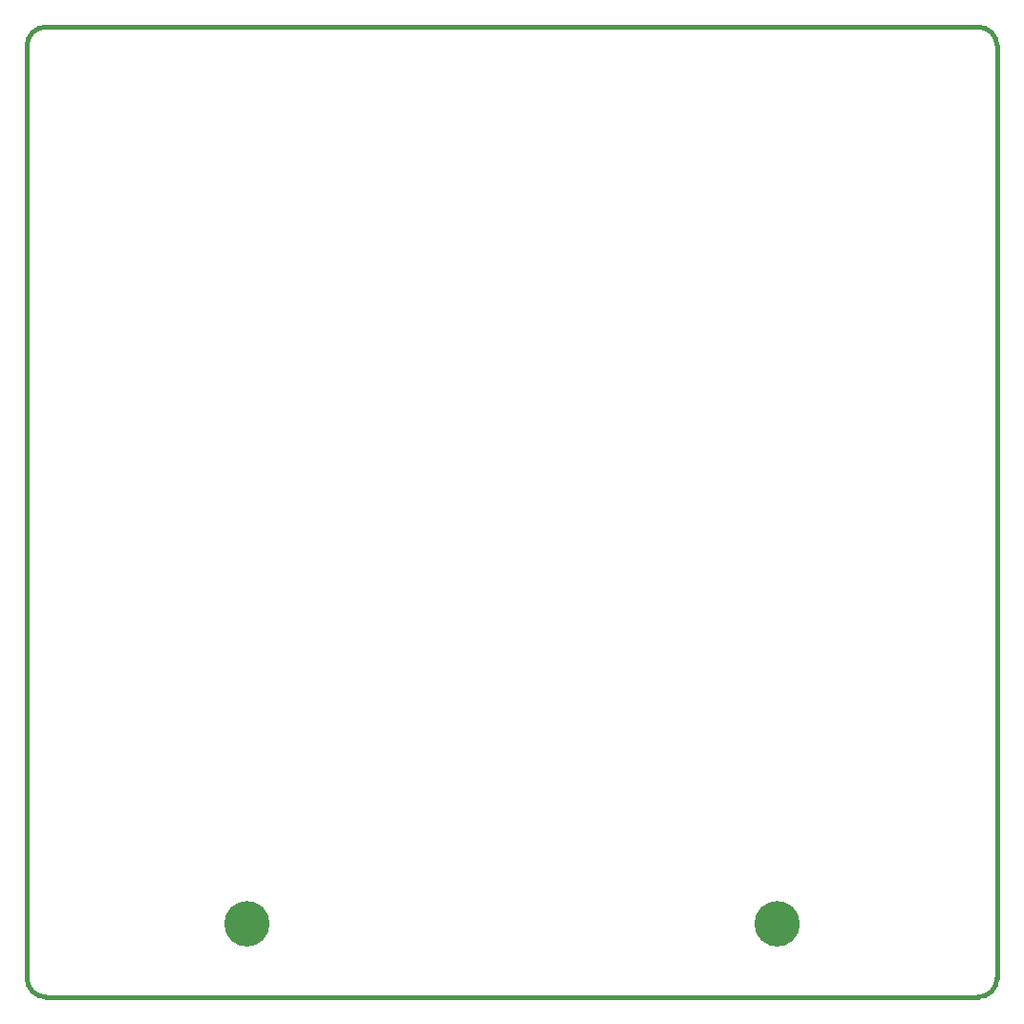
<source format=gko>
G04*
G04 #@! TF.GenerationSoftware,Altium Limited,Altium Designer,24.1.2 (44)*
G04*
G04 Layer_Color=16711935*
%FSLAX44Y44*%
%MOMM*%
G71*
G04*
G04 #@! TF.SameCoordinates,CA10E9FC-EB55-4E7A-9E12-DBC140C81C46*
G04*
G04*
G04 #@! TF.FilePolarity,Positive*
G04*
G01*
G75*
%ADD175C,2.0000*%
%ADD176C,0.4440*%
D175*
X670000Y60000D02*
G03*
X670000Y60000I-10000J0D01*
G01*
X200000D02*
G03*
X200000Y60000I-10000J0D01*
G01*
D02*
G03*
X200000Y60000I-10000J0D01*
G01*
X670000D02*
G03*
X670000Y60000I-10000J0D01*
G01*
D02*
G03*
X670000Y60000I-10000J0D01*
G01*
X200000D02*
G03*
X200000Y60000I-10000J0D01*
G01*
D02*
G03*
X200000Y60000I-10000J0D01*
G01*
X670000D02*
G03*
X670000Y60000I-10000J0D01*
G01*
D176*
X-4997Y11997D02*
G03*
X12003Y-5003I17000J0D01*
G01*
X855003Y838034D02*
G03*
X838041Y854997I-17000J-38D01*
G01*
X11965Y854997D02*
G03*
X-4997Y837997I38J-17000D01*
G01*
X838003Y-5003D02*
G03*
X855003Y11997I0J17000D01*
G01*
X12019Y854997D02*
X837987Y854997D01*
X855003Y11997D02*
Y837981D01*
X-4997Y11997D02*
X-4997Y837997D01*
X12003Y-5003D02*
X838003D01*
M02*

</source>
